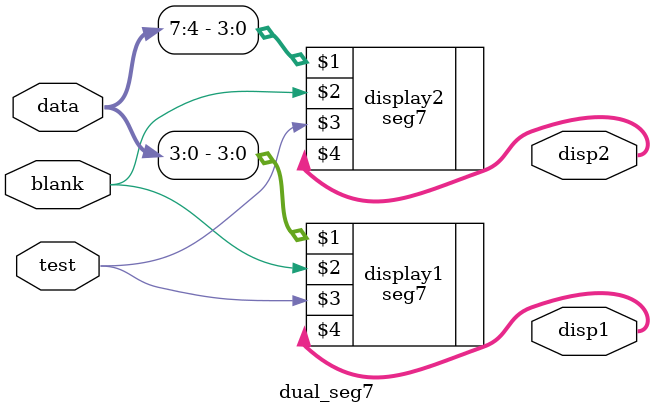
<source format=sv>

module dual_seg7(input logic [7:0] data, input logic blank, test,
						output logic [6:0] disp1, output logic [6:0] disp2);
						
	seg7 display1(data[3:0], blank, test, disp1);
	seg7 display2(data[7:4], blank, test, disp2);
	
endmodule

</source>
